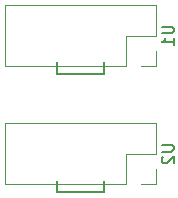
<source format=gbo>
G04 #@! TF.GenerationSoftware,KiCad,Pcbnew,(5.1.6-0-10_14)*
G04 #@! TF.CreationDate,2020-08-07T16:02:09+09:00*
G04 #@! TF.ProjectId,qPCR-photoarray,71504352-2d70-4686-9f74-6f6172726179,rev?*
G04 #@! TF.SameCoordinates,Original*
G04 #@! TF.FileFunction,Legend,Bot*
G04 #@! TF.FilePolarity,Positive*
%FSLAX46Y46*%
G04 Gerber Fmt 4.6, Leading zero omitted, Abs format (unit mm)*
G04 Created by KiCad (PCBNEW (5.1.6-0-10_14)) date 2020-08-07 16:02:09*
%MOMM*%
%LPD*%
G01*
G04 APERTURE LIST*
%ADD10C,0.150000*%
%ADD11C,0.120000*%
G04 APERTURE END LIST*
D10*
X190000000Y-104000000D02*
X190000000Y-103000000D01*
X186000000Y-104000000D02*
X190000000Y-104000000D01*
X186000000Y-103000000D02*
X186000000Y-104000000D01*
X190000000Y-94000000D02*
X190000000Y-93000000D01*
X186000000Y-94000000D02*
X190000000Y-94000000D01*
X186000000Y-93000000D02*
X186000000Y-94000000D01*
D11*
G04 #@! TO.C,U2*
X181605000Y-103330000D02*
X181605000Y-98130000D01*
X191825000Y-103330000D02*
X181605000Y-103330000D01*
X194425000Y-98130000D02*
X181605000Y-98130000D01*
X191825000Y-103330000D02*
X191825000Y-100730000D01*
X191825000Y-100730000D02*
X194425000Y-100730000D01*
X194425000Y-100730000D02*
X194425000Y-98130000D01*
X193095000Y-103330000D02*
X194425000Y-103330000D01*
X194425000Y-103330000D02*
X194425000Y-102000000D01*
G04 #@! TO.C,U1*
X194425000Y-93330000D02*
X194425000Y-92000000D01*
X193095000Y-93330000D02*
X194425000Y-93330000D01*
X194425000Y-90730000D02*
X194425000Y-88130000D01*
X191825000Y-90730000D02*
X194425000Y-90730000D01*
X191825000Y-93330000D02*
X191825000Y-90730000D01*
X194425000Y-88130000D02*
X181605000Y-88130000D01*
X191825000Y-93330000D02*
X181605000Y-93330000D01*
X181605000Y-93330000D02*
X181605000Y-88130000D01*
G04 #@! TO.C,U2*
D10*
X194877380Y-99968095D02*
X195686904Y-99968095D01*
X195782142Y-100015714D01*
X195829761Y-100063333D01*
X195877380Y-100158571D01*
X195877380Y-100349047D01*
X195829761Y-100444285D01*
X195782142Y-100491904D01*
X195686904Y-100539523D01*
X194877380Y-100539523D01*
X194972619Y-100968095D02*
X194925000Y-101015714D01*
X194877380Y-101110952D01*
X194877380Y-101349047D01*
X194925000Y-101444285D01*
X194972619Y-101491904D01*
X195067857Y-101539523D01*
X195163095Y-101539523D01*
X195305952Y-101491904D01*
X195877380Y-100920476D01*
X195877380Y-101539523D01*
G04 #@! TO.C,U1*
X194877380Y-89968095D02*
X195686904Y-89968095D01*
X195782142Y-90015714D01*
X195829761Y-90063333D01*
X195877380Y-90158571D01*
X195877380Y-90349047D01*
X195829761Y-90444285D01*
X195782142Y-90491904D01*
X195686904Y-90539523D01*
X194877380Y-90539523D01*
X195877380Y-91539523D02*
X195877380Y-90968095D01*
X195877380Y-91253809D02*
X194877380Y-91253809D01*
X195020238Y-91158571D01*
X195115476Y-91063333D01*
X195163095Y-90968095D01*
G04 #@! TD*
M02*

</source>
